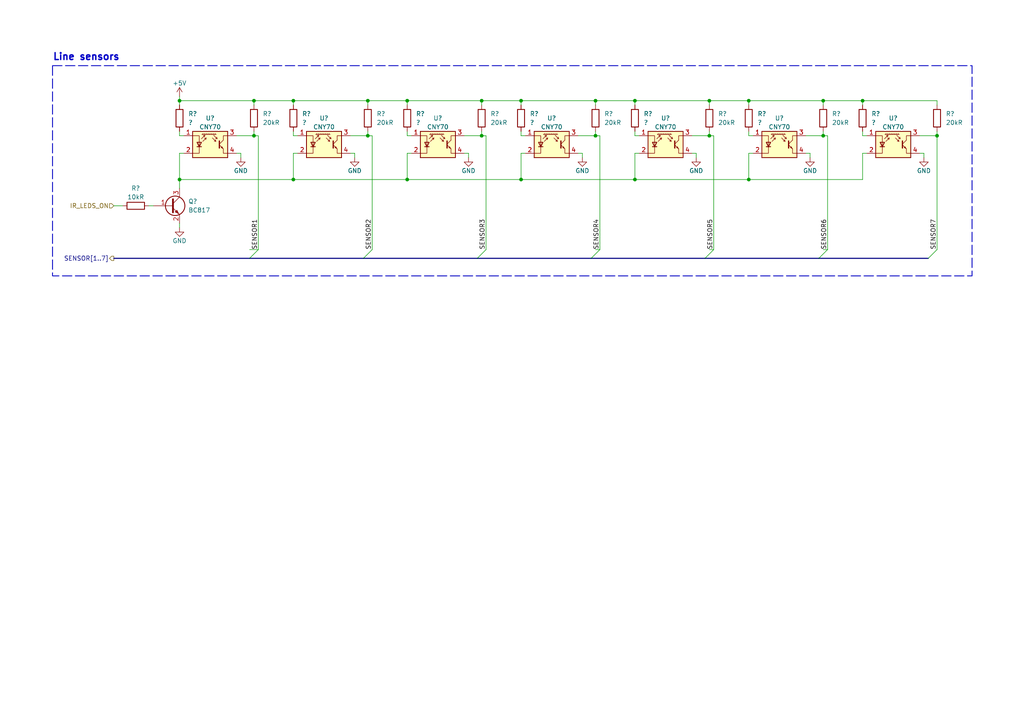
<source format=kicad_sch>
(kicad_sch (version 20230121) (generator eeschema)

  (uuid 7a59dcc8-2d97-4be6-baaa-61b01ee53be7)

  (paper "A4")

  (lib_symbols
    (symbol "Device:R" (pin_numbers hide) (pin_names (offset 0)) (in_bom yes) (on_board yes)
      (property "Reference" "R" (at 2.032 0 90)
        (effects (font (size 1.27 1.27)))
      )
      (property "Value" "R" (at 0 0 90)
        (effects (font (size 1.27 1.27)))
      )
      (property "Footprint" "" (at -1.778 0 90)
        (effects (font (size 1.27 1.27)) hide)
      )
      (property "Datasheet" "~" (at 0 0 0)
        (effects (font (size 1.27 1.27)) hide)
      )
      (property "ki_keywords" "R res resistor" (at 0 0 0)
        (effects (font (size 1.27 1.27)) hide)
      )
      (property "ki_description" "Resistor" (at 0 0 0)
        (effects (font (size 1.27 1.27)) hide)
      )
      (property "ki_fp_filters" "R_*" (at 0 0 0)
        (effects (font (size 1.27 1.27)) hide)
      )
      (symbol "R_0_1"
        (rectangle (start -1.016 -2.54) (end 1.016 2.54)
          (stroke (width 0.254) (type default))
          (fill (type none))
        )
      )
      (symbol "R_1_1"
        (pin passive line (at 0 3.81 270) (length 1.27)
          (name "~" (effects (font (size 1.27 1.27))))
          (number "1" (effects (font (size 1.27 1.27))))
        )
        (pin passive line (at 0 -3.81 90) (length 1.27)
          (name "~" (effects (font (size 1.27 1.27))))
          (number "2" (effects (font (size 1.27 1.27))))
        )
      )
    )
    (symbol "Sensor_Proximity:CNY70" (pin_names (offset 1.016) hide) (in_bom yes) (on_board yes)
      (property "Reference" "U" (at -5.08 5.08 0)
        (effects (font (size 1.27 1.27)))
      )
      (property "Value" "CNY70" (at 5.08 5.08 0)
        (effects (font (size 1.27 1.27)) (justify right))
      )
      (property "Footprint" "OptoDevice:Vishay_CNY70" (at 0 -5.08 0)
        (effects (font (size 1.27 1.27)) hide)
      )
      (property "Datasheet" "https://www.vishay.com/docs/83751/cny70.pdf" (at 0 2.54 0)
        (effects (font (size 1.27 1.27)) hide)
      )
      (property "ki_keywords" "Reflective Optical Sensor Opto" (at 0 0 0)
        (effects (font (size 1.27 1.27)) hide)
      )
      (property "ki_description" "Reflective Optical Sensor with Transistor Output" (at 0 0 0)
        (effects (font (size 1.27 1.27)) hide)
      )
      (property "ki_fp_filters" "Vishay*CNY70*" (at 0 0 0)
        (effects (font (size 1.27 1.27)) hide)
      )
      (symbol "CNY70_0_1"
        (polyline
          (pts
            (xy -3.81 -0.635)
            (xy -2.54 -0.635)
          )
          (stroke (width 0.254) (type default))
          (fill (type none))
        )
        (polyline
          (pts
            (xy -2.286 2.921)
            (xy -2.032 3.175)
          )
          (stroke (width 0) (type default))
          (fill (type none))
        )
        (polyline
          (pts
            (xy -1.778 2.921)
            (xy -1.524 3.175)
          )
          (stroke (width 0) (type default))
          (fill (type none))
        )
        (polyline
          (pts
            (xy -1.524 2.667)
            (xy -1.651 2.159)
          )
          (stroke (width 0) (type default))
          (fill (type none))
        )
        (polyline
          (pts
            (xy -1.27 2.921)
            (xy -1.016 3.175)
          )
          (stroke (width 0) (type default))
          (fill (type none))
        )
        (polyline
          (pts
            (xy -1.143 1.905)
            (xy -1.27 1.397)
          )
          (stroke (width 0) (type default))
          (fill (type none))
        )
        (polyline
          (pts
            (xy -0.762 2.921)
            (xy -0.508 3.175)
          )
          (stroke (width 0) (type default))
          (fill (type none))
        )
        (polyline
          (pts
            (xy -0.254 2.921)
            (xy 0 3.175)
          )
          (stroke (width 0) (type default))
          (fill (type none))
        )
        (polyline
          (pts
            (xy 0.254 2.921)
            (xy 0.508 3.175)
          )
          (stroke (width 0) (type default))
          (fill (type none))
        )
        (polyline
          (pts
            (xy 0.762 2.921)
            (xy 1.016 3.175)
          )
          (stroke (width 0) (type default))
          (fill (type none))
        )
        (polyline
          (pts
            (xy 1.27 2.921)
            (xy 1.524 3.175)
          )
          (stroke (width 0) (type default))
          (fill (type none))
        )
        (polyline
          (pts
            (xy 1.651 0.889)
            (xy 1.143 1.016)
          )
          (stroke (width 0) (type default))
          (fill (type none))
        )
        (polyline
          (pts
            (xy 1.778 2.921)
            (xy -2.413 2.921)
          )
          (stroke (width 0) (type default))
          (fill (type none))
        )
        (polyline
          (pts
            (xy 2.032 1.651)
            (xy 1.524 1.778)
          )
          (stroke (width 0) (type default))
          (fill (type none))
        )
        (polyline
          (pts
            (xy 2.667 -0.127)
            (xy 3.81 -1.27)
          )
          (stroke (width 0) (type default))
          (fill (type none))
        )
        (polyline
          (pts
            (xy 2.667 0.127)
            (xy 3.81 1.27)
          )
          (stroke (width 0) (type default))
          (fill (type none))
        )
        (polyline
          (pts
            (xy -2.54 1.651)
            (xy -1.524 2.667)
            (xy -2.032 2.54)
          )
          (stroke (width 0) (type default))
          (fill (type none))
        )
        (polyline
          (pts
            (xy -2.159 0.889)
            (xy -1.143 1.905)
            (xy -1.651 1.778)
          )
          (stroke (width 0) (type default))
          (fill (type none))
        )
        (polyline
          (pts
            (xy 0.635 1.905)
            (xy 1.651 0.889)
            (xy 1.524 1.397)
          )
          (stroke (width 0) (type default))
          (fill (type none))
        )
        (polyline
          (pts
            (xy 1.016 2.667)
            (xy 2.032 1.651)
            (xy 1.905 2.159)
          )
          (stroke (width 0) (type default))
          (fill (type none))
        )
        (polyline
          (pts
            (xy 2.667 1.016)
            (xy 2.667 -1.016)
            (xy 2.667 -1.016)
          )
          (stroke (width 0.3556) (type default))
          (fill (type none))
        )
        (polyline
          (pts
            (xy 3.81 -1.27)
            (xy 3.81 -2.54)
            (xy 5.08 -2.54)
          )
          (stroke (width 0) (type default))
          (fill (type none))
        )
        (polyline
          (pts
            (xy 3.81 1.27)
            (xy 3.81 2.54)
            (xy 5.08 2.54)
          )
          (stroke (width 0) (type default))
          (fill (type none))
        )
        (polyline
          (pts
            (xy -5.08 -2.54)
            (xy -3.175 -2.54)
            (xy -3.175 2.54)
            (xy -5.08 2.54)
          )
          (stroke (width 0) (type default))
          (fill (type none))
        )
        (polyline
          (pts
            (xy -3.175 -0.635)
            (xy -3.81 0.635)
            (xy -2.54 0.635)
            (xy -3.175 -0.635)
          )
          (stroke (width 0.254) (type default))
          (fill (type none))
        )
        (polyline
          (pts
            (xy 3.683 -1.143)
            (xy 3.429 -0.635)
            (xy 3.175 -0.889)
            (xy 3.683 -1.143)
          )
          (stroke (width 0) (type default))
          (fill (type none))
        )
        (polyline
          (pts
            (xy -5.08 -3.81)
            (xy 5.08 -3.81)
            (xy 5.08 3.81)
            (xy -5.08 3.81)
            (xy -5.08 -3.81)
          )
          (stroke (width 0.254) (type default))
          (fill (type background))
        )
      )
      (symbol "CNY70_1_1"
        (pin passive line (at -7.62 2.54 0) (length 2.54)
          (name "A" (effects (font (size 1.27 1.27))))
          (number "1" (effects (font (size 1.27 1.27))))
        )
        (pin passive line (at -7.62 -2.54 0) (length 2.54)
          (name "K" (effects (font (size 1.27 1.27))))
          (number "2" (effects (font (size 1.27 1.27))))
        )
        (pin open_collector line (at 7.62 2.54 180) (length 2.54)
          (name "C" (effects (font (size 1.27 1.27))))
          (number "3" (effects (font (size 1.27 1.27))))
        )
        (pin open_emitter line (at 7.62 -2.54 180) (length 2.54)
          (name "E" (effects (font (size 1.27 1.27))))
          (number "4" (effects (font (size 1.27 1.27))))
        )
      )
    )
    (symbol "Transistor_BJT:BC817" (pin_names (offset 0) hide) (in_bom yes) (on_board yes)
      (property "Reference" "Q" (at 5.08 1.905 0)
        (effects (font (size 1.27 1.27)) (justify left))
      )
      (property "Value" "BC817" (at 5.08 0 0)
        (effects (font (size 1.27 1.27)) (justify left))
      )
      (property "Footprint" "Package_TO_SOT_SMD:SOT-23" (at 5.08 -1.905 0)
        (effects (font (size 1.27 1.27) italic) (justify left) hide)
      )
      (property "Datasheet" "https://www.onsemi.com/pub/Collateral/BC818-D.pdf" (at 0 0 0)
        (effects (font (size 1.27 1.27)) (justify left) hide)
      )
      (property "ki_keywords" "NPN Transistor" (at 0 0 0)
        (effects (font (size 1.27 1.27)) hide)
      )
      (property "ki_description" "0.8A Ic, 45V Vce, NPN Transistor, SOT-23" (at 0 0 0)
        (effects (font (size 1.27 1.27)) hide)
      )
      (property "ki_fp_filters" "SOT?23*" (at 0 0 0)
        (effects (font (size 1.27 1.27)) hide)
      )
      (symbol "BC817_0_1"
        (polyline
          (pts
            (xy 0.635 0.635)
            (xy 2.54 2.54)
          )
          (stroke (width 0) (type default))
          (fill (type none))
        )
        (polyline
          (pts
            (xy 0.635 -0.635)
            (xy 2.54 -2.54)
            (xy 2.54 -2.54)
          )
          (stroke (width 0) (type default))
          (fill (type none))
        )
        (polyline
          (pts
            (xy 0.635 1.905)
            (xy 0.635 -1.905)
            (xy 0.635 -1.905)
          )
          (stroke (width 0.508) (type default))
          (fill (type none))
        )
        (polyline
          (pts
            (xy 1.27 -1.778)
            (xy 1.778 -1.27)
            (xy 2.286 -2.286)
            (xy 1.27 -1.778)
            (xy 1.27 -1.778)
          )
          (stroke (width 0) (type default))
          (fill (type outline))
        )
        (circle (center 1.27 0) (radius 2.8194)
          (stroke (width 0.254) (type default))
          (fill (type none))
        )
      )
      (symbol "BC817_1_1"
        (pin input line (at -5.08 0 0) (length 5.715)
          (name "B" (effects (font (size 1.27 1.27))))
          (number "1" (effects (font (size 1.27 1.27))))
        )
        (pin passive line (at 2.54 -5.08 90) (length 2.54)
          (name "E" (effects (font (size 1.27 1.27))))
          (number "2" (effects (font (size 1.27 1.27))))
        )
        (pin passive line (at 2.54 5.08 270) (length 2.54)
          (name "C" (effects (font (size 1.27 1.27))))
          (number "3" (effects (font (size 1.27 1.27))))
        )
      )
    )
    (symbol "power:+5V" (power) (pin_names (offset 0)) (in_bom yes) (on_board yes)
      (property "Reference" "#PWR" (at 0 -3.81 0)
        (effects (font (size 1.27 1.27)) hide)
      )
      (property "Value" "+5V" (at 0 3.556 0)
        (effects (font (size 1.27 1.27)))
      )
      (property "Footprint" "" (at 0 0 0)
        (effects (font (size 1.27 1.27)) hide)
      )
      (property "Datasheet" "" (at 0 0 0)
        (effects (font (size 1.27 1.27)) hide)
      )
      (property "ki_keywords" "global power" (at 0 0 0)
        (effects (font (size 1.27 1.27)) hide)
      )
      (property "ki_description" "Power symbol creates a global label with name \"+5V\"" (at 0 0 0)
        (effects (font (size 1.27 1.27)) hide)
      )
      (symbol "+5V_0_1"
        (polyline
          (pts
            (xy -0.762 1.27)
            (xy 0 2.54)
          )
          (stroke (width 0) (type default))
          (fill (type none))
        )
        (polyline
          (pts
            (xy 0 0)
            (xy 0 2.54)
          )
          (stroke (width 0) (type default))
          (fill (type none))
        )
        (polyline
          (pts
            (xy 0 2.54)
            (xy 0.762 1.27)
          )
          (stroke (width 0) (type default))
          (fill (type none))
        )
      )
      (symbol "+5V_1_1"
        (pin power_in line (at 0 0 90) (length 0) hide
          (name "+5V" (effects (font (size 1.27 1.27))))
          (number "1" (effects (font (size 1.27 1.27))))
        )
      )
    )
    (symbol "power:GND" (power) (pin_names (offset 0)) (in_bom yes) (on_board yes)
      (property "Reference" "#PWR" (at 0 -6.35 0)
        (effects (font (size 1.27 1.27)) hide)
      )
      (property "Value" "GND" (at 0 -3.81 0)
        (effects (font (size 1.27 1.27)))
      )
      (property "Footprint" "" (at 0 0 0)
        (effects (font (size 1.27 1.27)) hide)
      )
      (property "Datasheet" "" (at 0 0 0)
        (effects (font (size 1.27 1.27)) hide)
      )
      (property "ki_keywords" "global power" (at 0 0 0)
        (effects (font (size 1.27 1.27)) hide)
      )
      (property "ki_description" "Power symbol creates a global label with name \"GND\" , ground" (at 0 0 0)
        (effects (font (size 1.27 1.27)) hide)
      )
      (symbol "GND_0_1"
        (polyline
          (pts
            (xy 0 0)
            (xy 0 -1.27)
            (xy 1.27 -1.27)
            (xy 0 -2.54)
            (xy -1.27 -1.27)
            (xy 0 -1.27)
          )
          (stroke (width 0) (type default))
          (fill (type none))
        )
      )
      (symbol "GND_1_1"
        (pin power_in line (at 0 0 270) (length 0) hide
          (name "GND" (effects (font (size 1.27 1.27))))
          (number "1" (effects (font (size 1.27 1.27))))
        )
      )
    )
  )

  (junction (at 106.68 29.21) (diameter 0) (color 0 0 0 0)
    (uuid 07940eaf-416e-4137-8395-48363ca29ffd)
  )
  (junction (at 238.76 29.21) (diameter 0) (color 0 0 0 0)
    (uuid 0fa2c53a-b3e1-4b10-a59f-86d7156ac5e3)
  )
  (junction (at 151.13 29.21) (diameter 0) (color 0 0 0 0)
    (uuid 14477e68-a2f6-411b-8c79-9eac01eda374)
  )
  (junction (at 217.17 52.07) (diameter 0) (color 0 0 0 0)
    (uuid 149bad4d-f332-43e6-8112-76d6ea657bcb)
  )
  (junction (at 85.09 52.07) (diameter 0) (color 0 0 0 0)
    (uuid 1a47e295-b184-4c21-9955-29c8b1f6a53b)
  )
  (junction (at 271.78 39.37) (diameter 0) (color 0 0 0 0)
    (uuid 2f2a3ba6-52e8-46c0-ba33-6dba8764b0a4)
  )
  (junction (at 205.74 39.37) (diameter 0) (color 0 0 0 0)
    (uuid 36283608-a955-44f0-845b-9e8b51cc29cb)
  )
  (junction (at 139.7 39.37) (diameter 0) (color 0 0 0 0)
    (uuid 3bf1d562-c9f4-4184-9f1e-70c816a87def)
  )
  (junction (at 73.66 29.21) (diameter 0) (color 0 0 0 0)
    (uuid 3ca30893-b245-4df0-a0d4-c1c418ab6e50)
  )
  (junction (at 217.17 29.21) (diameter 0) (color 0 0 0 0)
    (uuid 492c7b6c-b167-4180-9301-00f0202303f8)
  )
  (junction (at 106.68 39.37) (diameter 0) (color 0 0 0 0)
    (uuid 5fb33918-872a-49ed-ac3f-aad4541e62d8)
  )
  (junction (at 172.72 39.37) (diameter 0) (color 0 0 0 0)
    (uuid 6a9e9af4-a4a0-41a8-af3f-ba9b6f2b9264)
  )
  (junction (at 118.11 29.21) (diameter 0) (color 0 0 0 0)
    (uuid 6c1df41d-b3a5-46e8-b2bd-314d16c794e0)
  )
  (junction (at 52.07 52.07) (diameter 0) (color 0 0 0 0)
    (uuid 71969a1f-64cb-4d1d-9ded-b68c1dc7b884)
  )
  (junction (at 52.07 29.21) (diameter 0) (color 0 0 0 0)
    (uuid 797895db-e0ca-4262-a28a-771b9aab33c8)
  )
  (junction (at 73.66 39.37) (diameter 0) (color 0 0 0 0)
    (uuid a2df7157-05f2-4d7e-948c-2cd763ea17a9)
  )
  (junction (at 85.09 29.21) (diameter 0) (color 0 0 0 0)
    (uuid bb1d3a12-d1bd-402c-937f-30c0b3e610fd)
  )
  (junction (at 184.15 52.07) (diameter 0) (color 0 0 0 0)
    (uuid bf75879b-0420-4a06-9610-6f06a6ed815d)
  )
  (junction (at 118.11 52.07) (diameter 0) (color 0 0 0 0)
    (uuid c7fb9066-6121-4ee5-9bb4-fbe91a571d51)
  )
  (junction (at 205.74 29.21) (diameter 0) (color 0 0 0 0)
    (uuid c7ff7d42-b697-41ef-870c-7005c851eae2)
  )
  (junction (at 250.19 29.21) (diameter 0) (color 0 0 0 0)
    (uuid d527f215-8251-4569-9228-39262e23746e)
  )
  (junction (at 184.15 29.21) (diameter 0) (color 0 0 0 0)
    (uuid d75f811b-a92a-4f4b-b104-d1dac483a03e)
  )
  (junction (at 172.72 29.21) (diameter 0) (color 0 0 0 0)
    (uuid e1febdff-c70f-451e-94c9-01f047547197)
  )
  (junction (at 238.76 39.37) (diameter 0) (color 0 0 0 0)
    (uuid f4aa4ab6-f19f-4d44-a172-85f762e31f91)
  )
  (junction (at 139.7 29.21) (diameter 0) (color 0 0 0 0)
    (uuid fabf7346-ee5a-4b5e-92fc-a523bfc68537)
  )
  (junction (at 151.13 52.07) (diameter 0) (color 0 0 0 0)
    (uuid fe44652e-3314-4cff-a464-c64a09b24776)
  )

  (bus_entry (at 138.43 74.93) (size 2.54 -2.54)
    (stroke (width 0) (type default))
    (uuid 1c2ab072-0e8b-427a-aa29-67f4c174c5e6)
  )
  (bus_entry (at 269.24 74.93) (size 2.54 -2.54)
    (stroke (width 0) (type default))
    (uuid 64624b1f-0d31-4b68-b6be-ed594483b19f)
  )
  (bus_entry (at 204.47 74.93) (size 2.54 -2.54)
    (stroke (width 0) (type default))
    (uuid 9a7f08f6-fe3a-4ed5-9a42-bcded5999864)
  )
  (bus_entry (at 105.41 74.93) (size 2.54 -2.54)
    (stroke (width 0) (type default))
    (uuid c46fd2ae-6c03-40b9-9a7c-dbd8d748db9a)
  )
  (bus_entry (at 237.49 74.93) (size 2.54 -2.54)
    (stroke (width 0) (type default))
    (uuid e3660a1b-f9b1-4e29-a441-7210d071d4ef)
  )
  (bus_entry (at 171.45 74.93) (size 2.54 -2.54)
    (stroke (width 0) (type default))
    (uuid ef0aaf9d-338a-4307-af02-0421f2977a11)
  )
  (bus_entry (at 72.39 74.93) (size 2.54 -2.54)
    (stroke (width 0) (type default))
    (uuid f3109ea6-c8f9-42fd-8cfa-db986f6391b2)
  )

  (wire (pts (xy 267.97 45.72) (xy 267.97 44.45))
    (stroke (width 0) (type default))
    (uuid 006620b7-f3da-4505-a993-dd594bc0ba60)
  )
  (wire (pts (xy 140.97 39.37) (xy 140.97 72.39))
    (stroke (width 0) (type default))
    (uuid 028ed994-2a47-4448-a2a4-8849ba614947)
  )
  (wire (pts (xy 73.66 29.21) (xy 85.09 29.21))
    (stroke (width 0) (type default))
    (uuid 043e2410-22b0-4bee-88d6-82970ee4d731)
  )
  (wire (pts (xy 85.09 29.21) (xy 106.68 29.21))
    (stroke (width 0) (type default))
    (uuid 091020f8-e1b8-4ab1-94af-7fb8fcfa4dc6)
  )
  (wire (pts (xy 118.11 44.45) (xy 119.38 44.45))
    (stroke (width 0) (type default))
    (uuid 0aacd677-ee6c-4018-af8b-8e547422757e)
  )
  (wire (pts (xy 266.7 39.37) (xy 271.78 39.37))
    (stroke (width 0) (type default))
    (uuid 0bf7e3f3-c2bf-4b6c-ad72-edfbd1c5a3d5)
  )
  (bus (pts (xy 105.41 74.93) (xy 138.43 74.93))
    (stroke (width 0) (type default))
    (uuid 0f77fa2f-774b-449f-aa6d-2b609b5a6729)
  )

  (wire (pts (xy 74.93 72.39) (xy 72.39 72.39))
    (stroke (width 0) (type default))
    (uuid 1196aece-c650-4e67-8088-15bdd20121b4)
  )
  (wire (pts (xy 240.03 72.39) (xy 238.76 72.39))
    (stroke (width 0) (type default))
    (uuid 1330e522-6af9-497a-94bc-9f6725f57f47)
  )
  (wire (pts (xy 233.68 39.37) (xy 238.76 39.37))
    (stroke (width 0) (type default))
    (uuid 138bffaf-5fe2-4ac1-b133-aab1e2abf463)
  )
  (wire (pts (xy 102.87 44.45) (xy 101.6 44.45))
    (stroke (width 0) (type default))
    (uuid 13aec1ad-646f-450f-8ec7-aa9fa460688d)
  )
  (wire (pts (xy 139.7 29.21) (xy 151.13 29.21))
    (stroke (width 0) (type default))
    (uuid 13f22656-3a7d-416f-907e-36943541ddda)
  )
  (wire (pts (xy 106.68 30.48) (xy 106.68 29.21))
    (stroke (width 0) (type default))
    (uuid 146100b5-84ab-4e51-85cd-bf6a54104bda)
  )
  (wire (pts (xy 118.11 29.21) (xy 118.11 30.48))
    (stroke (width 0) (type default))
    (uuid 163c6fbb-8a5e-414e-b1e8-86f7d864ef84)
  )
  (wire (pts (xy 172.72 39.37) (xy 172.72 38.1))
    (stroke (width 0) (type default))
    (uuid 17d162bd-5f09-4e5c-97c3-cfa8617f7c48)
  )
  (wire (pts (xy 201.93 45.72) (xy 201.93 44.45))
    (stroke (width 0) (type default))
    (uuid 199b3a71-bb91-438c-8898-374bcfd2d03d)
  )
  (wire (pts (xy 52.07 29.21) (xy 52.07 30.48))
    (stroke (width 0) (type default))
    (uuid 19ac8c15-30a2-43ff-8239-541191358379)
  )
  (wire (pts (xy 233.68 44.45) (xy 234.95 44.45))
    (stroke (width 0) (type default))
    (uuid 1ddf3bbc-cb9f-4660-9af0-42d8c1feba74)
  )
  (wire (pts (xy 52.07 52.07) (xy 85.09 52.07))
    (stroke (width 0) (type default))
    (uuid 228d09c7-0af8-40dc-b38c-3caa3c42f1ed)
  )
  (wire (pts (xy 101.6 39.37) (xy 106.68 39.37))
    (stroke (width 0) (type default))
    (uuid 30223254-c972-4491-8092-a328357ffc9e)
  )
  (bus (pts (xy 72.39 74.93) (xy 105.41 74.93))
    (stroke (width 0) (type default))
    (uuid 31e65cd0-a967-402d-a37d-ddf7b980a44a)
  )

  (wire (pts (xy 238.76 30.48) (xy 238.76 29.21))
    (stroke (width 0) (type default))
    (uuid 34d253b3-9193-45d5-9d49-b8eab6e57cd0)
  )
  (wire (pts (xy 271.78 39.37) (xy 271.78 38.1))
    (stroke (width 0) (type default))
    (uuid 35d21c87-3190-448a-8444-53a09ad6e4e9)
  )
  (wire (pts (xy 52.07 29.21) (xy 73.66 29.21))
    (stroke (width 0) (type default))
    (uuid 38010972-14a3-416b-afe0-febff21c882a)
  )
  (wire (pts (xy 173.99 39.37) (xy 172.72 39.37))
    (stroke (width 0) (type default))
    (uuid 3879320c-37a4-4d4e-b983-831af5a92c64)
  )
  (wire (pts (xy 201.93 44.45) (xy 200.66 44.45))
    (stroke (width 0) (type default))
    (uuid 39fd99bc-298f-4150-b403-a56ec82a7a80)
  )
  (wire (pts (xy 240.03 39.37) (xy 238.76 39.37))
    (stroke (width 0) (type default))
    (uuid 3b67b9c9-2311-4f21-875a-530794dfe1a4)
  )
  (wire (pts (xy 205.74 39.37) (xy 205.74 38.1))
    (stroke (width 0) (type default))
    (uuid 3dca37bb-6371-4a28-a5cd-213d170f086c)
  )
  (wire (pts (xy 52.07 38.1) (xy 52.07 39.37))
    (stroke (width 0) (type default))
    (uuid 3e5f0d6d-1115-42b7-b751-e0978a085048)
  )
  (wire (pts (xy 267.97 44.45) (xy 266.7 44.45))
    (stroke (width 0) (type default))
    (uuid 3f4f3d55-9c92-4fca-9797-ec1ed7323a16)
  )
  (wire (pts (xy 107.95 39.37) (xy 107.95 72.39))
    (stroke (width 0) (type default))
    (uuid 4035fece-40e1-4bec-b480-b2be0a53ee4b)
  )
  (wire (pts (xy 106.68 29.21) (xy 118.11 29.21))
    (stroke (width 0) (type default))
    (uuid 41e3d041-d05f-42b9-b75d-beb73a332c08)
  )
  (wire (pts (xy 118.11 52.07) (xy 151.13 52.07))
    (stroke (width 0) (type default))
    (uuid 436d347b-168e-4a5f-bfe1-805310e3c518)
  )
  (wire (pts (xy 250.19 29.21) (xy 250.19 30.48))
    (stroke (width 0) (type default))
    (uuid 451e1dd6-ac89-417a-b799-1dc7a5c29bce)
  )
  (wire (pts (xy 217.17 38.1) (xy 217.17 39.37))
    (stroke (width 0) (type default))
    (uuid 461aa108-7e1f-46a6-a803-a21175cdba2a)
  )
  (bus (pts (xy 138.43 74.93) (xy 171.45 74.93))
    (stroke (width 0) (type default))
    (uuid 474931d2-5650-4fe6-8724-7789a2f5791b)
  )

  (wire (pts (xy 234.95 44.45) (xy 234.95 45.72))
    (stroke (width 0) (type default))
    (uuid 475cca80-282b-4d3f-8b90-34ded00fb869)
  )
  (wire (pts (xy 207.01 39.37) (xy 205.74 39.37))
    (stroke (width 0) (type default))
    (uuid 492986aa-3ac0-4337-8dd4-0bc3d3e3da3f)
  )
  (bus (pts (xy 171.45 74.93) (xy 204.47 74.93))
    (stroke (width 0) (type default))
    (uuid 49e5aba2-fe08-4d74-841b-b15650a5a854)
  )

  (wire (pts (xy 238.76 29.21) (xy 250.19 29.21))
    (stroke (width 0) (type default))
    (uuid 4a79ff2c-7f34-4f68-88e8-8d193e0c07cc)
  )
  (wire (pts (xy 52.07 54.61) (xy 52.07 52.07))
    (stroke (width 0) (type default))
    (uuid 4c02953f-82da-4cdf-8ec1-773ed8958648)
  )
  (wire (pts (xy 184.15 52.07) (xy 184.15 44.45))
    (stroke (width 0) (type default))
    (uuid 4d63247d-e3d9-41b7-bf3c-e96d2998ea33)
  )
  (wire (pts (xy 184.15 38.1) (xy 184.15 39.37))
    (stroke (width 0) (type default))
    (uuid 4d9b0b8d-48ff-4c89-b9dc-562062879c39)
  )
  (wire (pts (xy 74.93 39.37) (xy 74.93 72.39))
    (stroke (width 0) (type default))
    (uuid 4dd8c84e-2245-4036-96b6-647e9cc89806)
  )
  (wire (pts (xy 168.91 44.45) (xy 168.91 45.72))
    (stroke (width 0) (type default))
    (uuid 53bda2aa-bdea-4eec-82c1-bc722ed78b82)
  )
  (wire (pts (xy 173.99 72.39) (xy 172.72 72.39))
    (stroke (width 0) (type default))
    (uuid 55ecbb22-6ec1-467a-a642-cf4b1d8ae486)
  )
  (wire (pts (xy 217.17 29.21) (xy 238.76 29.21))
    (stroke (width 0) (type default))
    (uuid 58dc4f5e-98b6-4c49-97c4-25444de46939)
  )
  (wire (pts (xy 240.03 39.37) (xy 240.03 72.39))
    (stroke (width 0) (type default))
    (uuid 5967b802-4528-4ab3-9401-d389c2558ec5)
  )
  (wire (pts (xy 139.7 30.48) (xy 139.7 29.21))
    (stroke (width 0) (type default))
    (uuid 5b55568e-e7f9-4283-9e21-585d5ed2acdf)
  )
  (wire (pts (xy 85.09 38.1) (xy 85.09 39.37))
    (stroke (width 0) (type default))
    (uuid 5b8fb077-0f61-4c2a-8a8c-4fb2eea13453)
  )
  (wire (pts (xy 151.13 29.21) (xy 172.72 29.21))
    (stroke (width 0) (type default))
    (uuid 5d5fef6b-7883-4fca-b477-1357e2e08c5e)
  )
  (wire (pts (xy 207.01 39.37) (xy 207.01 72.39))
    (stroke (width 0) (type default))
    (uuid 65cb7eff-1d4c-4a9b-87ee-25d26121cb71)
  )
  (bus (pts (xy 237.49 74.93) (xy 269.24 74.93))
    (stroke (width 0) (type default))
    (uuid 670e30ba-9899-45c2-9e7b-2255cbd2e8be)
  )

  (wire (pts (xy 134.62 44.45) (xy 135.89 44.45))
    (stroke (width 0) (type default))
    (uuid 695d39fc-dc2a-4f93-99e9-ef1cbfdf94b0)
  )
  (wire (pts (xy 85.09 52.07) (xy 85.09 44.45))
    (stroke (width 0) (type default))
    (uuid 6ae45239-de70-44a0-9a06-9e4aa801f1f9)
  )
  (wire (pts (xy 107.95 39.37) (xy 106.68 39.37))
    (stroke (width 0) (type default))
    (uuid 735b60e8-5bd1-4626-b60e-a048d1335714)
  )
  (wire (pts (xy 140.97 39.37) (xy 139.7 39.37))
    (stroke (width 0) (type default))
    (uuid 73f988e8-56a2-4055-986a-33ec9b6bc179)
  )
  (bus (pts (xy 204.47 74.93) (xy 237.49 74.93))
    (stroke (width 0) (type default))
    (uuid 7f3fef37-c5a2-42a6-9d91-35880cb40f8f)
  )

  (wire (pts (xy 205.74 30.48) (xy 205.74 29.21))
    (stroke (width 0) (type default))
    (uuid 811ffe69-0c69-43fc-9aee-bdd635f1f3e6)
  )
  (wire (pts (xy 271.78 29.21) (xy 250.19 29.21))
    (stroke (width 0) (type default))
    (uuid 854c7813-0876-4d9a-9e37-68a5a363beff)
  )
  (wire (pts (xy 217.17 44.45) (xy 218.44 44.45))
    (stroke (width 0) (type default))
    (uuid 86616f90-7005-4922-a39b-684f472b4cdd)
  )
  (wire (pts (xy 151.13 39.37) (xy 152.4 39.37))
    (stroke (width 0) (type default))
    (uuid 87f026e1-af66-45eb-8bc8-f3a276e3b59f)
  )
  (wire (pts (xy 207.01 72.39) (xy 205.74 72.39))
    (stroke (width 0) (type default))
    (uuid 88b4f146-2401-4300-b8d2-f01fefceb3a5)
  )
  (wire (pts (xy 139.7 39.37) (xy 139.7 38.1))
    (stroke (width 0) (type default))
    (uuid 8b75dd96-6b04-4894-b12c-91e105643731)
  )
  (wire (pts (xy 135.89 44.45) (xy 135.89 45.72))
    (stroke (width 0) (type default))
    (uuid 8ce1f3b3-557f-4b18-91b6-dc8c971f5690)
  )
  (wire (pts (xy 184.15 52.07) (xy 217.17 52.07))
    (stroke (width 0) (type default))
    (uuid 8ee20c06-bf05-49ff-9a0c-b04e23d36f02)
  )
  (wire (pts (xy 271.78 39.37) (xy 271.78 72.39))
    (stroke (width 0) (type default))
    (uuid 92997845-937e-4bdc-bea5-c959f95cd8a6)
  )
  (wire (pts (xy 74.93 39.37) (xy 73.66 39.37))
    (stroke (width 0) (type default))
    (uuid 9553b4ba-7fc3-4c33-984a-7b754272729a)
  )
  (wire (pts (xy 118.11 29.21) (xy 139.7 29.21))
    (stroke (width 0) (type default))
    (uuid 95f4d6a2-e33e-4091-9eab-e6442e61e441)
  )
  (wire (pts (xy 151.13 29.21) (xy 151.13 30.48))
    (stroke (width 0) (type default))
    (uuid 96efc55e-a601-42a3-a4ea-06658fce8bd1)
  )
  (wire (pts (xy 217.17 29.21) (xy 217.17 30.48))
    (stroke (width 0) (type default))
    (uuid 9a82cc37-ee57-4498-aaac-82e8961730a9)
  )
  (bus (pts (xy 33.02 74.93) (xy 72.39 74.93))
    (stroke (width 0) (type default))
    (uuid 9c905669-715c-436a-a261-80f27f19b098)
  )

  (wire (pts (xy 69.85 44.45) (xy 68.58 44.45))
    (stroke (width 0) (type default))
    (uuid a0b844de-6e68-4b24-b7e6-0349d7bd6e90)
  )
  (wire (pts (xy 85.09 44.45) (xy 86.36 44.45))
    (stroke (width 0) (type default))
    (uuid a3ad7150-85d1-479e-8a5a-892dbebd69de)
  )
  (wire (pts (xy 106.68 39.37) (xy 106.68 38.1))
    (stroke (width 0) (type default))
    (uuid ae360493-096a-4552-ad98-816fca9d483e)
  )
  (wire (pts (xy 184.15 29.21) (xy 184.15 30.48))
    (stroke (width 0) (type default))
    (uuid ae946b06-7fbf-41bc-ad76-c23d3cff6406)
  )
  (wire (pts (xy 172.72 29.21) (xy 184.15 29.21))
    (stroke (width 0) (type default))
    (uuid afb7db4c-4a49-4092-bc4e-c684de3b68a6)
  )
  (wire (pts (xy 73.66 39.37) (xy 73.66 38.1))
    (stroke (width 0) (type default))
    (uuid aff2aac7-6763-4d30-ad6b-083a93869598)
  )
  (wire (pts (xy 271.78 30.48) (xy 271.78 29.21))
    (stroke (width 0) (type default))
    (uuid b092f8a5-e559-42a0-b8e4-61ec0b1de0aa)
  )
  (wire (pts (xy 250.19 44.45) (xy 251.46 44.45))
    (stroke (width 0) (type default))
    (uuid b15ace7e-6d77-4ccf-8dcc-adc08ba22d7d)
  )
  (wire (pts (xy 151.13 38.1) (xy 151.13 39.37))
    (stroke (width 0) (type default))
    (uuid b15d89fe-007b-48da-b7ca-09b9d1b3625a)
  )
  (wire (pts (xy 250.19 38.1) (xy 250.19 39.37))
    (stroke (width 0) (type default))
    (uuid b397e518-e23e-4eda-85de-26ee09ea0ff5)
  )
  (wire (pts (xy 33.02 59.69) (xy 35.56 59.69))
    (stroke (width 0) (type default))
    (uuid b3e2be16-0061-4500-a948-b6ad9c130615)
  )
  (wire (pts (xy 102.87 45.72) (xy 102.87 44.45))
    (stroke (width 0) (type default))
    (uuid b3e7b584-dc73-405c-9e64-9cdcd5f1cbff)
  )
  (wire (pts (xy 52.07 44.45) (xy 53.34 44.45))
    (stroke (width 0) (type default))
    (uuid b4a5b9f2-2c89-4d76-b22d-d2ed4f7a1a04)
  )
  (wire (pts (xy 173.99 39.37) (xy 173.99 72.39))
    (stroke (width 0) (type default))
    (uuid b5818ee9-0d2e-4c71-ab97-48131721fae4)
  )
  (wire (pts (xy 69.85 45.72) (xy 69.85 44.45))
    (stroke (width 0) (type default))
    (uuid b5c3037c-c9cc-42bf-8f16-08b97521ab92)
  )
  (wire (pts (xy 151.13 52.07) (xy 184.15 52.07))
    (stroke (width 0) (type default))
    (uuid b8d73ed2-6eb6-4a94-808c-d40d6a1d5950)
  )
  (wire (pts (xy 52.07 44.45) (xy 52.07 52.07))
    (stroke (width 0) (type default))
    (uuid b90d2abd-8105-45ce-87b6-3fef6a00ea31)
  )
  (wire (pts (xy 73.66 30.48) (xy 73.66 29.21))
    (stroke (width 0) (type default))
    (uuid befca9ad-dc2b-4659-8786-7e6aa8219a4a)
  )
  (wire (pts (xy 85.09 52.07) (xy 118.11 52.07))
    (stroke (width 0) (type default))
    (uuid bf38ae3c-009d-4a71-a9f6-d36c376b3f83)
  )
  (wire (pts (xy 184.15 39.37) (xy 185.42 39.37))
    (stroke (width 0) (type default))
    (uuid bf952a32-c951-406d-877d-4ab402cc54af)
  )
  (wire (pts (xy 238.76 39.37) (xy 238.76 38.1))
    (stroke (width 0) (type default))
    (uuid c262e2ed-1d86-4d98-aa24-125722c22d50)
  )
  (wire (pts (xy 52.07 27.94) (xy 52.07 29.21))
    (stroke (width 0) (type default))
    (uuid c2a31e12-7c5d-4133-95ef-b2fe2589f60d)
  )
  (wire (pts (xy 205.74 29.21) (xy 217.17 29.21))
    (stroke (width 0) (type default))
    (uuid c7def02f-1048-4f30-9bec-67945aed3c6a)
  )
  (wire (pts (xy 151.13 52.07) (xy 151.13 44.45))
    (stroke (width 0) (type default))
    (uuid cc160cb0-cca8-43f0-889f-82f44aefb8d3)
  )
  (wire (pts (xy 52.07 39.37) (xy 53.34 39.37))
    (stroke (width 0) (type default))
    (uuid cd6081f6-64af-4934-b41b-7118ca2eeed8)
  )
  (wire (pts (xy 167.64 39.37) (xy 172.72 39.37))
    (stroke (width 0) (type default))
    (uuid cfc64a49-9db1-4a33-af3c-8a7a6a060274)
  )
  (wire (pts (xy 217.17 52.07) (xy 217.17 44.45))
    (stroke (width 0) (type default))
    (uuid d17fd1d8-4652-4625-814c-a5e36cfa0cb8)
  )
  (wire (pts (xy 134.62 39.37) (xy 139.7 39.37))
    (stroke (width 0) (type default))
    (uuid d1b45834-db7c-494f-80f5-728ed28b26e5)
  )
  (wire (pts (xy 85.09 29.21) (xy 85.09 30.48))
    (stroke (width 0) (type default))
    (uuid d3220a60-1db9-4e24-a224-708258adf654)
  )
  (wire (pts (xy 250.19 39.37) (xy 251.46 39.37))
    (stroke (width 0) (type default))
    (uuid d3a58408-eed7-4c56-b8df-0d18dc598ef1)
  )
  (wire (pts (xy 118.11 39.37) (xy 119.38 39.37))
    (stroke (width 0) (type default))
    (uuid d5de86f0-82e4-47ee-85a8-e55e2ecda956)
  )
  (wire (pts (xy 118.11 52.07) (xy 118.11 44.45))
    (stroke (width 0) (type default))
    (uuid d6859193-e772-4359-a521-f121b0f6e459)
  )
  (wire (pts (xy 250.19 52.07) (xy 250.19 44.45))
    (stroke (width 0) (type default))
    (uuid dc9630bb-6d3a-468c-a838-aeccabaa8445)
  )
  (wire (pts (xy 43.18 59.69) (xy 44.45 59.69))
    (stroke (width 0) (type default))
    (uuid dfbe5260-915e-479b-9f58-10d855c26dbc)
  )
  (wire (pts (xy 167.64 44.45) (xy 168.91 44.45))
    (stroke (width 0) (type default))
    (uuid e7cf107d-c323-430a-8b0d-16bf9ff226f4)
  )
  (wire (pts (xy 217.17 39.37) (xy 218.44 39.37))
    (stroke (width 0) (type default))
    (uuid eac2b55f-7845-44f5-ad1d-73a47303eb80)
  )
  (wire (pts (xy 200.66 39.37) (xy 205.74 39.37))
    (stroke (width 0) (type default))
    (uuid eb6ce8b8-1dcc-4a49-8807-bea5e425fd15)
  )
  (wire (pts (xy 172.72 30.48) (xy 172.72 29.21))
    (stroke (width 0) (type default))
    (uuid ecccaca6-55d7-4659-8d68-a18898330f2e)
  )
  (wire (pts (xy 217.17 52.07) (xy 250.19 52.07))
    (stroke (width 0) (type default))
    (uuid ee345085-3a29-41b1-914d-96ae1ade4622)
  )
  (wire (pts (xy 68.58 39.37) (xy 73.66 39.37))
    (stroke (width 0) (type default))
    (uuid ef202db9-f878-4076-8f52-947a9f4aef72)
  )
  (wire (pts (xy 85.09 39.37) (xy 86.36 39.37))
    (stroke (width 0) (type default))
    (uuid f50da240-0bf1-4506-8eb4-4cb731fc1782)
  )
  (wire (pts (xy 184.15 44.45) (xy 185.42 44.45))
    (stroke (width 0) (type default))
    (uuid f65ec4ee-bf50-47dd-bd41-523e2cdd758c)
  )
  (wire (pts (xy 184.15 29.21) (xy 205.74 29.21))
    (stroke (width 0) (type default))
    (uuid f97741bc-6273-4d7b-b016-f8909270eac5)
  )
  (wire (pts (xy 118.11 38.1) (xy 118.11 39.37))
    (stroke (width 0) (type default))
    (uuid fa588506-eb44-49ac-af24-86ebcd10390c)
  )
  (wire (pts (xy 52.07 64.77) (xy 52.07 66.04))
    (stroke (width 0) (type default))
    (uuid fc332173-d2e3-4fba-98d8-0dcb9c5c851c)
  )
  (wire (pts (xy 151.13 44.45) (xy 152.4 44.45))
    (stroke (width 0) (type default))
    (uuid fca6c23c-1afe-4f80-8f8a-c144d68a0fa3)
  )

  (rectangle (start 15.24 19.05) (end 281.94 80.01)
    (stroke (width 0.25) (type dash))
    (fill (type none))
    (uuid 14b40fca-3b67-4da8-b1f3-04cbaedbbc59)
  )

  (text "Line sensors" (at 15.24 17.78 0)
    (effects (font (size 2 2) (thickness 0.4) bold) (justify left bottom))
    (uuid d8a90c04-406b-4ccc-a424-a6496000df70)
  )

  (label "SENSOR7" (at 271.78 72.39 90) (fields_autoplaced)
    (effects (font (size 1.27 1.27)) (justify left bottom))
    (uuid 202ba6a3-58bc-4c33-89c7-1e4f666b8022)
  )
  (label "SENSOR5" (at 207.01 72.39 90) (fields_autoplaced)
    (effects (font (size 1.27 1.27)) (justify left bottom))
    (uuid 2e0e779a-2727-4866-a1b4-27231f1f7ff6)
  )
  (label "SENSOR4" (at 173.99 72.39 90) (fields_autoplaced)
    (effects (font (size 1.27 1.27)) (justify left bottom))
    (uuid 6e598409-e286-4b26-8963-6faf064eb39e)
  )
  (label "SENSOR3" (at 140.97 72.39 90) (fields_autoplaced)
    (effects (font (size 1.27 1.27)) (justify left bottom))
    (uuid 76c21041-2c4f-440d-ab3e-b766c6565982)
  )
  (label "SENSOR1" (at 74.93 72.39 90) (fields_autoplaced)
    (effects (font (size 1.27 1.27)) (justify left bottom))
    (uuid 9939bc2b-164a-41af-8a58-f61d61206402)
  )
  (label "SENSOR2" (at 107.95 72.39 90) (fields_autoplaced)
    (effects (font (size 1.27 1.27)) (justify left bottom))
    (uuid 9c5f35de-1c98-427e-b055-6a6c1dc0727b)
  )
  (label "SENSOR6" (at 240.03 72.39 90) (fields_autoplaced)
    (effects (font (size 1.27 1.27)) (justify left bottom))
    (uuid c44c5e6a-d619-434e-b464-c5724735ef76)
  )

  (hierarchical_label "IR_LEDS_ON" (shape input) (at 33.02 59.69 180) (fields_autoplaced)
    (effects (font (size 1.27 1.27)) (justify right))
    (uuid 1182f4db-8467-4a61-b7d9-6c0ba3645557)
  )
  (hierarchical_label "SENSOR[1..7]" (shape output) (at 33.02 74.93 180) (fields_autoplaced)
    (effects (font (size 1.27 1.27)) (justify right))
    (uuid 2cd8a8e9-5fad-4681-a59b-af4f5e59c4a8)
  )

  (symbol (lib_id "power:GND") (at 102.87 45.72 0) (unit 1)
    (in_bom yes) (on_board yes) (dnp no)
    (uuid 0450e50a-7034-4c7a-a366-4f63e6abed91)
    (property "Reference" "#PWR053" (at 102.87 52.07 0)
      (effects (font (size 1.27 1.27)) hide)
    )
    (property "Value" "GND" (at 102.87 49.53 0)
      (effects (font (size 1.27 1.27)))
    )
    (property "Footprint" "" (at 102.87 45.72 0)
      (effects (font (size 1.27 1.27)) hide)
    )
    (property "Datasheet" "" (at 102.87 45.72 0)
      (effects (font (size 1.27 1.27)) hide)
    )
    (pin "1" (uuid c422b00f-3efe-42ce-8c01-8064a17fcff9))
    (instances
      (project "Autko"
        (path "/8d5cfdec-de34-4148-9100-7125640c46f5/80d635c6-4a73-4538-989a-c930c6a7f33b"
          (reference "#PWR053") (unit 1)
        )
      )
    )
  )

  (symbol (lib_id "power:GND") (at 69.85 45.72 0) (unit 1)
    (in_bom yes) (on_board yes) (dnp no)
    (uuid 13e1ce8f-fb7b-4c21-83b4-075e0f4949de)
    (property "Reference" "#PWR052" (at 69.85 52.07 0)
      (effects (font (size 1.27 1.27)) hide)
    )
    (property "Value" "GND" (at 69.85 49.53 0)
      (effects (font (size 1.27 1.27)))
    )
    (property "Footprint" "" (at 69.85 45.72 0)
      (effects (font (size 1.27 1.27)) hide)
    )
    (property "Datasheet" "" (at 69.85 45.72 0)
      (effects (font (size 1.27 1.27)) hide)
    )
    (pin "1" (uuid f09007f2-7718-4cf6-8b27-f16c19206874))
    (instances
      (project "Autko"
        (path "/8d5cfdec-de34-4148-9100-7125640c46f5/80d635c6-4a73-4538-989a-c930c6a7f33b"
          (reference "#PWR052") (unit 1)
        )
      )
    )
  )

  (symbol (lib_id "Device:R") (at 39.37 59.69 90) (unit 1)
    (in_bom yes) (on_board yes) (dnp no)
    (uuid 1a4a09a3-7884-48f7-8810-871110e12071)
    (property "Reference" "R?" (at 39.37 54.61 90)
      (effects (font (size 1.27 1.27)))
    )
    (property "Value" "10kR" (at 39.37 57.15 90)
      (effects (font (size 1.27 1.27)))
    )
    (property "Footprint" "" (at 39.37 61.468 90)
      (effects (font (size 1.27 1.27)) hide)
    )
    (property "Datasheet" "~" (at 39.37 59.69 0)
      (effects (font (size 1.27 1.27)) hide)
    )
    (pin "1" (uuid e3cb5fb7-661f-43c2-b412-ea146cb6592c))
    (pin "2" (uuid 7a9d3e30-4bc1-4a51-b114-c528981b03db))
    (instances
      (project "Autko"
        (path "/8d5cfdec-de34-4148-9100-7125640c46f5/80d635c6-4a73-4538-989a-c930c6a7f33b"
          (reference "R?") (unit 1)
        )
      )
    )
  )

  (symbol (lib_id "Device:R") (at 250.19 34.29 0) (unit 1)
    (in_bom yes) (on_board yes) (dnp no)
    (uuid 244b8ebd-cae5-4e2c-94b7-ddbdecf24a10)
    (property "Reference" "R?" (at 252.73 33.02 0)
      (effects (font (size 1.27 1.27)) (justify left))
    )
    (property "Value" "?" (at 252.73 35.56 0)
      (effects (font (size 1.27 1.27)) (justify left))
    )
    (property "Footprint" "" (at 248.412 34.29 90)
      (effects (font (size 1.27 1.27)) hide)
    )
    (property "Datasheet" "~" (at 250.19 34.29 0)
      (effects (font (size 1.27 1.27)) hide)
    )
    (pin "1" (uuid 45d0dccf-d222-4c7b-aeb7-35d54e37c9f5))
    (pin "2" (uuid 6ff5d5f6-f188-4d19-91e4-ca47d0e010d3))
    (instances
      (project "Autko"
        (path "/8d5cfdec-de34-4148-9100-7125640c46f5/80d635c6-4a73-4538-989a-c930c6a7f33b"
          (reference "R?") (unit 1)
        )
      )
    )
  )

  (symbol (lib_id "power:+5V") (at 52.07 27.94 0) (unit 1)
    (in_bom yes) (on_board yes) (dnp no) (fields_autoplaced)
    (uuid 24ea83d2-6710-486f-88e1-68b4204fb01e)
    (property "Reference" "#PWR046" (at 52.07 31.75 0)
      (effects (font (size 1.27 1.27)) hide)
    )
    (property "Value" "+5V" (at 52.07 24.13 0)
      (effects (font (size 1.27 1.27)))
    )
    (property "Footprint" "" (at 52.07 27.94 0)
      (effects (font (size 1.27 1.27)) hide)
    )
    (property "Datasheet" "" (at 52.07 27.94 0)
      (effects (font (size 1.27 1.27)) hide)
    )
    (pin "1" (uuid a4e7ac54-788d-474b-b7ef-fcedb5576adf))
    (instances
      (project "Autko"
        (path "/8d5cfdec-de34-4148-9100-7125640c46f5/80d635c6-4a73-4538-989a-c930c6a7f33b"
          (reference "#PWR046") (unit 1)
        )
      )
    )
  )

  (symbol (lib_id "Device:R") (at 151.13 34.29 0) (unit 1)
    (in_bom yes) (on_board yes) (dnp no)
    (uuid 28d3cab0-c672-464c-83cb-cf3c1919a062)
    (property "Reference" "R?" (at 153.67 33.02 0)
      (effects (font (size 1.27 1.27)) (justify left))
    )
    (property "Value" "?" (at 153.67 35.56 0)
      (effects (font (size 1.27 1.27)) (justify left))
    )
    (property "Footprint" "" (at 149.352 34.29 90)
      (effects (font (size 1.27 1.27)) hide)
    )
    (property "Datasheet" "~" (at 151.13 34.29 0)
      (effects (font (size 1.27 1.27)) hide)
    )
    (pin "1" (uuid 4aeedc62-ce50-480d-b4aa-2cc56635c157))
    (pin "2" (uuid 9266562a-a508-46a6-adfc-18183b8e3606))
    (instances
      (project "Autko"
        (path "/8d5cfdec-de34-4148-9100-7125640c46f5/80d635c6-4a73-4538-989a-c930c6a7f33b"
          (reference "R?") (unit 1)
        )
      )
    )
  )

  (symbol (lib_id "Sensor_Proximity:CNY70") (at 93.98 41.91 0) (unit 1)
    (in_bom yes) (on_board yes) (dnp no) (fields_autoplaced)
    (uuid 3da03eaf-08e0-4f1a-ab26-3ad7f5697734)
    (property "Reference" "U?" (at 93.98 34.29 0)
      (effects (font (size 1.27 1.27)))
    )
    (property "Value" "CNY70" (at 93.98 36.83 0)
      (effects (font (size 1.27 1.27)))
    )
    (property "Footprint" "OptoDevice:Vishay_CNY70" (at 93.98 46.99 0)
      (effects (font (size 1.27 1.27)) hide)
    )
    (property "Datasheet" "https://www.vishay.com/docs/83751/cny70.pdf" (at 93.98 39.37 0)
      (effects (font (size 1.27 1.27)) hide)
    )
    (pin "1" (uuid 9d3367cc-f245-4127-a894-c9ede961c91a))
    (pin "2" (uuid 828a8471-b92c-49b7-969b-35395d046491))
    (pin "3" (uuid 2fecd2ed-aaa5-4e5f-b2e5-d5ec9f97b1d4))
    (pin "4" (uuid a675cff3-9a11-4038-935c-d69a23482f76))
    (instances
      (project "Autko"
        (path "/8d5cfdec-de34-4148-9100-7125640c46f5/80d635c6-4a73-4538-989a-c930c6a7f33b"
          (reference "U?") (unit 1)
        )
      )
    )
  )

  (symbol (lib_id "Device:R") (at 52.07 34.29 0) (unit 1)
    (in_bom yes) (on_board yes) (dnp no)
    (uuid 3e626efd-930f-4968-8c93-3e30fc1241fa)
    (property "Reference" "R?" (at 54.61 33.02 0)
      (effects (font (size 1.27 1.27)) (justify left))
    )
    (property "Value" "?" (at 54.61 35.56 0)
      (effects (font (size 1.27 1.27)) (justify left))
    )
    (property "Footprint" "" (at 50.292 34.29 90)
      (effects (font (size 1.27 1.27)) hide)
    )
    (property "Datasheet" "~" (at 52.07 34.29 0)
      (effects (font (size 1.27 1.27)) hide)
    )
    (pin "1" (uuid f8b246eb-d3f0-430d-914c-225d7bda0a29))
    (pin "2" (uuid cdf9677b-515d-4a4b-9c97-0d2b511f3353))
    (instances
      (project "Autko"
        (path "/8d5cfdec-de34-4148-9100-7125640c46f5/80d635c6-4a73-4538-989a-c930c6a7f33b"
          (reference "R?") (unit 1)
        )
      )
    )
  )

  (symbol (lib_id "power:GND") (at 135.89 45.72 0) (unit 1)
    (in_bom yes) (on_board yes) (dnp no)
    (uuid 43fdcdb3-eb3b-47a5-9e88-c12f40da9ba8)
    (property "Reference" "#PWR054" (at 135.89 52.07 0)
      (effects (font (size 1.27 1.27)) hide)
    )
    (property "Value" "GND" (at 135.89 49.53 0)
      (effects (font (size 1.27 1.27)))
    )
    (property "Footprint" "" (at 135.89 45.72 0)
      (effects (font (size 1.27 1.27)) hide)
    )
    (property "Datasheet" "" (at 135.89 45.72 0)
      (effects (font (size 1.27 1.27)) hide)
    )
    (pin "1" (uuid 531be40d-e2a2-4d5f-897d-29f3cb03a35a))
    (instances
      (project "Autko"
        (path "/8d5cfdec-de34-4148-9100-7125640c46f5/80d635c6-4a73-4538-989a-c930c6a7f33b"
          (reference "#PWR054") (unit 1)
        )
      )
    )
  )

  (symbol (lib_id "Sensor_Proximity:CNY70") (at 127 41.91 0) (unit 1)
    (in_bom yes) (on_board yes) (dnp no) (fields_autoplaced)
    (uuid 4a1dc38c-c4a6-4bb9-bca8-dd49e7aa7258)
    (property "Reference" "U?" (at 127 34.29 0)
      (effects (font (size 1.27 1.27)))
    )
    (property "Value" "CNY70" (at 127 36.83 0)
      (effects (font (size 1.27 1.27)))
    )
    (property "Footprint" "OptoDevice:Vishay_CNY70" (at 127 46.99 0)
      (effects (font (size 1.27 1.27)) hide)
    )
    (property "Datasheet" "https://www.vishay.com/docs/83751/cny70.pdf" (at 127 39.37 0)
      (effects (font (size 1.27 1.27)) hide)
    )
    (pin "1" (uuid 6f15a2ca-ae5d-4ac1-9a0e-f499564e5bd2))
    (pin "2" (uuid ff205c18-b675-4c12-83a3-ae37e59241ec))
    (pin "3" (uuid ba652523-e0bd-4ef1-ab47-72f0b74828f7))
    (pin "4" (uuid 280e3b2e-1143-419b-9d2e-9f854b026a5d))
    (instances
      (project "Autko"
        (path "/8d5cfdec-de34-4148-9100-7125640c46f5/80d635c6-4a73-4538-989a-c930c6a7f33b"
          (reference "U?") (unit 1)
        )
      )
    )
  )

  (symbol (lib_id "Device:R") (at 73.66 34.29 0) (unit 1)
    (in_bom yes) (on_board yes) (dnp no)
    (uuid 50507f0d-e969-4a82-baca-4bef3908a59e)
    (property "Reference" "R?" (at 76.2 33.02 0)
      (effects (font (size 1.27 1.27)) (justify left))
    )
    (property "Value" "20kR" (at 76.2 35.56 0)
      (effects (font (size 1.27 1.27)) (justify left))
    )
    (property "Footprint" "" (at 71.882 34.29 90)
      (effects (font (size 1.27 1.27)) hide)
    )
    (property "Datasheet" "~" (at 73.66 34.29 0)
      (effects (font (size 1.27 1.27)) hide)
    )
    (pin "1" (uuid 6c9d5cd8-5249-4db0-8079-83b4d758f96c))
    (pin "2" (uuid 317cf36a-48ff-42f5-b3f3-09f204ab7544))
    (instances
      (project "Autko"
        (path "/8d5cfdec-de34-4148-9100-7125640c46f5/80d635c6-4a73-4538-989a-c930c6a7f33b"
          (reference "R?") (unit 1)
        )
      )
    )
  )

  (symbol (lib_id "Device:R") (at 85.09 34.29 0) (unit 1)
    (in_bom yes) (on_board yes) (dnp no)
    (uuid 580549c7-89e3-481b-83f8-03f1679e60c3)
    (property "Reference" "R?" (at 87.63 33.02 0)
      (effects (font (size 1.27 1.27)) (justify left))
    )
    (property "Value" "?" (at 87.63 35.56 0)
      (effects (font (size 1.27 1.27)) (justify left))
    )
    (property "Footprint" "" (at 83.312 34.29 90)
      (effects (font (size 1.27 1.27)) hide)
    )
    (property "Datasheet" "~" (at 85.09 34.29 0)
      (effects (font (size 1.27 1.27)) hide)
    )
    (pin "1" (uuid 8d985bdf-6769-4c34-98dd-e28d68c37f10))
    (pin "2" (uuid bcbb9034-27b1-4694-aefc-d33ebaeb8820))
    (instances
      (project "Autko"
        (path "/8d5cfdec-de34-4148-9100-7125640c46f5/80d635c6-4a73-4538-989a-c930c6a7f33b"
          (reference "R?") (unit 1)
        )
      )
    )
  )

  (symbol (lib_id "Device:R") (at 118.11 34.29 0) (unit 1)
    (in_bom yes) (on_board yes) (dnp no)
    (uuid 6c378301-40cd-43e9-b42d-b3bf5395252d)
    (property "Reference" "R?" (at 120.65 33.02 0)
      (effects (font (size 1.27 1.27)) (justify left))
    )
    (property "Value" "?" (at 120.65 35.56 0)
      (effects (font (size 1.27 1.27)) (justify left))
    )
    (property "Footprint" "" (at 116.332 34.29 90)
      (effects (font (size 1.27 1.27)) hide)
    )
    (property "Datasheet" "~" (at 118.11 34.29 0)
      (effects (font (size 1.27 1.27)) hide)
    )
    (pin "1" (uuid 7dc31db5-f764-4b4e-b0bb-3cd4ae194229))
    (pin "2" (uuid 6ca8cfb4-d3e2-41e1-8e53-55f64754dbe4))
    (instances
      (project "Autko"
        (path "/8d5cfdec-de34-4148-9100-7125640c46f5/80d635c6-4a73-4538-989a-c930c6a7f33b"
          (reference "R?") (unit 1)
        )
      )
    )
  )

  (symbol (lib_id "power:GND") (at 201.93 45.72 0) (unit 1)
    (in_bom yes) (on_board yes) (dnp no)
    (uuid 75dcbcfb-f4fd-4fb6-988f-ee8001b35e29)
    (property "Reference" "#PWR056" (at 201.93 52.07 0)
      (effects (font (size 1.27 1.27)) hide)
    )
    (property "Value" "GND" (at 201.93 49.53 0)
      (effects (font (size 1.27 1.27)))
    )
    (property "Footprint" "" (at 201.93 45.72 0)
      (effects (font (size 1.27 1.27)) hide)
    )
    (property "Datasheet" "" (at 201.93 45.72 0)
      (effects (font (size 1.27 1.27)) hide)
    )
    (pin "1" (uuid 37690604-2a36-4403-a407-a342e9b82f0f))
    (instances
      (project "Autko"
        (path "/8d5cfdec-de34-4148-9100-7125640c46f5/80d635c6-4a73-4538-989a-c930c6a7f33b"
          (reference "#PWR056") (unit 1)
        )
      )
    )
  )

  (symbol (lib_id "Device:R") (at 172.72 34.29 0) (unit 1)
    (in_bom yes) (on_board yes) (dnp no)
    (uuid 765301d5-526a-450c-9a20-148220587e7f)
    (property "Reference" "R?" (at 175.26 33.02 0)
      (effects (font (size 1.27 1.27)) (justify left))
    )
    (property "Value" "20kR" (at 175.26 35.56 0)
      (effects (font (size 1.27 1.27)) (justify left))
    )
    (property "Footprint" "" (at 170.942 34.29 90)
      (effects (font (size 1.27 1.27)) hide)
    )
    (property "Datasheet" "~" (at 172.72 34.29 0)
      (effects (font (size 1.27 1.27)) hide)
    )
    (pin "1" (uuid c3f287b3-b3ab-49c5-b441-e7295782a03a))
    (pin "2" (uuid a4d2fedb-6557-486c-87db-dc5e9a55b894))
    (instances
      (project "Autko"
        (path "/8d5cfdec-de34-4148-9100-7125640c46f5/80d635c6-4a73-4538-989a-c930c6a7f33b"
          (reference "R?") (unit 1)
        )
      )
    )
  )

  (symbol (lib_id "Sensor_Proximity:CNY70") (at 160.02 41.91 0) (unit 1)
    (in_bom yes) (on_board yes) (dnp no) (fields_autoplaced)
    (uuid 793466f4-a9b5-4e3b-a90f-df00375f4496)
    (property "Reference" "U?" (at 160.02 34.29 0)
      (effects (font (size 1.27 1.27)))
    )
    (property "Value" "CNY70" (at 160.02 36.83 0)
      (effects (font (size 1.27 1.27)))
    )
    (property "Footprint" "OptoDevice:Vishay_CNY70" (at 160.02 46.99 0)
      (effects (font (size 1.27 1.27)) hide)
    )
    (property "Datasheet" "https://www.vishay.com/docs/83751/cny70.pdf" (at 160.02 39.37 0)
      (effects (font (size 1.27 1.27)) hide)
    )
    (pin "1" (uuid 8c610461-74bc-4c48-9545-c28d68facc4c))
    (pin "2" (uuid 10e4de86-1d00-4cf8-ab82-15777cf6faf6))
    (pin "3" (uuid d7f8044d-6171-4602-a29d-065d6e879390))
    (pin "4" (uuid 768bcdaf-ce65-45ec-837e-d16069d10ee4))
    (instances
      (project "Autko"
        (path "/8d5cfdec-de34-4148-9100-7125640c46f5/80d635c6-4a73-4538-989a-c930c6a7f33b"
          (reference "U?") (unit 1)
        )
      )
    )
  )

  (symbol (lib_id "Transistor_BJT:BC817") (at 49.53 59.69 0) (unit 1)
    (in_bom yes) (on_board yes) (dnp no)
    (uuid 82d5b226-fab1-48a4-adad-0de9049cda60)
    (property "Reference" "Q?" (at 54.61 58.42 0)
      (effects (font (size 1.27 1.27)) (justify left))
    )
    (property "Value" "BC817" (at 54.61 60.96 0)
      (effects (font (size 1.27 1.27)) (justify left))
    )
    (property "Footprint" "Package_TO_SOT_SMD:SOT-23" (at 54.61 61.595 0)
      (effects (font (size 1.27 1.27) italic) (justify left) hide)
    )
    (property "Datasheet" "https://www.onsemi.com/pub/Collateral/BC818-D.pdf" (at 49.53 59.69 0)
      (effects (font (size 1.27 1.27)) (justify left) hide)
    )
    (pin "1" (uuid 67061620-0bb8-4aa9-8a4e-36ec6f327fb1))
    (pin "2" (uuid 1a865a1d-49dc-4796-aab3-786c2df66b63))
    (pin "3" (uuid 10bce63f-14f1-473b-a7f1-5e51039d9aac))
    (instances
      (project "Autko"
        (path "/8d5cfdec-de34-4148-9100-7125640c46f5/80d635c6-4a73-4538-989a-c930c6a7f33b"
          (reference "Q?") (unit 1)
        )
      )
    )
  )

  (symbol (lib_id "Device:R") (at 238.76 34.29 0) (unit 1)
    (in_bom yes) (on_board yes) (dnp no)
    (uuid 8b9e1216-4574-417f-b9fd-bcd3b303aef4)
    (property "Reference" "R?" (at 241.3 33.02 0)
      (effects (font (size 1.27 1.27)) (justify left))
    )
    (property "Value" "20kR" (at 241.3 35.56 0)
      (effects (font (size 1.27 1.27)) (justify left))
    )
    (property "Footprint" "" (at 236.982 34.29 90)
      (effects (font (size 1.27 1.27)) hide)
    )
    (property "Datasheet" "~" (at 238.76 34.29 0)
      (effects (font (size 1.27 1.27)) hide)
    )
    (pin "1" (uuid 20c555cd-1706-489c-ad04-b70173aba91f))
    (pin "2" (uuid fb9d981f-6a07-4f63-ad0a-f6bad451d0ca))
    (instances
      (project "Autko"
        (path "/8d5cfdec-de34-4148-9100-7125640c46f5/80d635c6-4a73-4538-989a-c930c6a7f33b"
          (reference "R?") (unit 1)
        )
      )
    )
  )

  (symbol (lib_id "Device:R") (at 184.15 34.29 0) (unit 1)
    (in_bom yes) (on_board yes) (dnp no)
    (uuid 8c89ea40-7dec-4b70-96a6-535fcd3e74da)
    (property "Reference" "R?" (at 186.69 33.02 0)
      (effects (font (size 1.27 1.27)) (justify left))
    )
    (property "Value" "?" (at 186.69 35.56 0)
      (effects (font (size 1.27 1.27)) (justify left))
    )
    (property "Footprint" "" (at 182.372 34.29 90)
      (effects (font (size 1.27 1.27)) hide)
    )
    (property "Datasheet" "~" (at 184.15 34.29 0)
      (effects (font (size 1.27 1.27)) hide)
    )
    (pin "1" (uuid bbecf8af-37c2-4a3d-97ac-40873a4a841a))
    (pin "2" (uuid 13b9294b-3576-4d48-bbf8-00c9112cc354))
    (instances
      (project "Autko"
        (path "/8d5cfdec-de34-4148-9100-7125640c46f5/80d635c6-4a73-4538-989a-c930c6a7f33b"
          (reference "R?") (unit 1)
        )
      )
    )
  )

  (symbol (lib_id "power:GND") (at 168.91 45.72 0) (unit 1)
    (in_bom yes) (on_board yes) (dnp no)
    (uuid a6bbf96e-2601-4879-b95f-547b3130cef0)
    (property "Reference" "#PWR055" (at 168.91 52.07 0)
      (effects (font (size 1.27 1.27)) hide)
    )
    (property "Value" "GND" (at 168.91 49.53 0)
      (effects (font (size 1.27 1.27)))
    )
    (property "Footprint" "" (at 168.91 45.72 0)
      (effects (font (size 1.27 1.27)) hide)
    )
    (property "Datasheet" "" (at 168.91 45.72 0)
      (effects (font (size 1.27 1.27)) hide)
    )
    (pin "1" (uuid 61be8e96-2878-487c-aa63-4a9edc792332))
    (instances
      (project "Autko"
        (path "/8d5cfdec-de34-4148-9100-7125640c46f5/80d635c6-4a73-4538-989a-c930c6a7f33b"
          (reference "#PWR055") (unit 1)
        )
      )
    )
  )

  (symbol (lib_id "Sensor_Proximity:CNY70") (at 60.96 41.91 0) (unit 1)
    (in_bom yes) (on_board yes) (dnp no) (fields_autoplaced)
    (uuid ab3098b6-dd33-4c85-a473-4034b155099b)
    (property "Reference" "U?" (at 60.96 34.29 0)
      (effects (font (size 1.27 1.27)))
    )
    (property "Value" "CNY70" (at 60.96 36.83 0)
      (effects (font (size 1.27 1.27)))
    )
    (property "Footprint" "OptoDevice:Vishay_CNY70" (at 60.96 46.99 0)
      (effects (font (size 1.27 1.27)) hide)
    )
    (property "Datasheet" "https://www.vishay.com/docs/83751/cny70.pdf" (at 60.96 39.37 0)
      (effects (font (size 1.27 1.27)) hide)
    )
    (pin "1" (uuid 5c113dd5-245a-4697-a965-5d5bd3915909))
    (pin "2" (uuid ce28a22a-e432-4412-bcf0-a5ff7bf9f22b))
    (pin "3" (uuid 1c4ed23b-c6c0-4175-86f2-05ac1936ee36))
    (pin "4" (uuid 99f51b5c-2f70-4618-948c-9d5a05248128))
    (instances
      (project "Autko"
        (path "/8d5cfdec-de34-4148-9100-7125640c46f5/80d635c6-4a73-4538-989a-c930c6a7f33b"
          (reference "U?") (unit 1)
        )
      )
    )
  )

  (symbol (lib_id "Device:R") (at 106.68 34.29 0) (unit 1)
    (in_bom yes) (on_board yes) (dnp no)
    (uuid aebd1f5c-0089-4bc4-877f-c5cabd5ce570)
    (property "Reference" "R?" (at 109.22 33.02 0)
      (effects (font (size 1.27 1.27)) (justify left))
    )
    (property "Value" "20kR" (at 109.22 35.56 0)
      (effects (font (size 1.27 1.27)) (justify left))
    )
    (property "Footprint" "" (at 104.902 34.29 90)
      (effects (font (size 1.27 1.27)) hide)
    )
    (property "Datasheet" "~" (at 106.68 34.29 0)
      (effects (font (size 1.27 1.27)) hide)
    )
    (pin "1" (uuid 775be3cf-506b-4274-b228-f95d13ded347))
    (pin "2" (uuid e1602cd5-e9ca-421e-986a-b3d3e6e48e37))
    (instances
      (project "Autko"
        (path "/8d5cfdec-de34-4148-9100-7125640c46f5/80d635c6-4a73-4538-989a-c930c6a7f33b"
          (reference "R?") (unit 1)
        )
      )
    )
  )

  (symbol (lib_id "Device:R") (at 205.74 34.29 0) (unit 1)
    (in_bom yes) (on_board yes) (dnp no)
    (uuid b998161f-7718-4789-9088-b3e0300e3f20)
    (property "Reference" "R?" (at 208.28 33.02 0)
      (effects (font (size 1.27 1.27)) (justify left))
    )
    (property "Value" "20kR" (at 208.28 35.56 0)
      (effects (font (size 1.27 1.27)) (justify left))
    )
    (property "Footprint" "" (at 203.962 34.29 90)
      (effects (font (size 1.27 1.27)) hide)
    )
    (property "Datasheet" "~" (at 205.74 34.29 0)
      (effects (font (size 1.27 1.27)) hide)
    )
    (pin "1" (uuid 9e1121b7-f640-4ca0-a24e-367c56c72039))
    (pin "2" (uuid 862442f2-582a-4a25-adba-c4030adc6e85))
    (instances
      (project "Autko"
        (path "/8d5cfdec-de34-4148-9100-7125640c46f5/80d635c6-4a73-4538-989a-c930c6a7f33b"
          (reference "R?") (unit 1)
        )
      )
    )
  )

  (symbol (lib_id "Device:R") (at 217.17 34.29 0) (unit 1)
    (in_bom yes) (on_board yes) (dnp no)
    (uuid ba2969a4-f1ee-4f86-a5e3-8e40e5c1194b)
    (property "Reference" "R?" (at 219.71 33.02 0)
      (effects (font (size 1.27 1.27)) (justify left))
    )
    (property "Value" "?" (at 219.71 35.56 0)
      (effects (font (size 1.27 1.27)) (justify left))
    )
    (property "Footprint" "" (at 215.392 34.29 90)
      (effects (font (size 1.27 1.27)) hide)
    )
    (property "Datasheet" "~" (at 217.17 34.29 0)
      (effects (font (size 1.27 1.27)) hide)
    )
    (pin "1" (uuid 915ca02f-3f6e-478d-bc2b-2208e192341c))
    (pin "2" (uuid d0a07923-28cf-463c-abed-cd8e31da5ec0))
    (instances
      (project "Autko"
        (path "/8d5cfdec-de34-4148-9100-7125640c46f5/80d635c6-4a73-4538-989a-c930c6a7f33b"
          (reference "R?") (unit 1)
        )
      )
    )
  )

  (symbol (lib_id "Sensor_Proximity:CNY70") (at 226.06 41.91 0) (unit 1)
    (in_bom yes) (on_board yes) (dnp no) (fields_autoplaced)
    (uuid c9ae3e98-e983-4d07-b607-33cdab89bc47)
    (property "Reference" "U?" (at 226.06 34.29 0)
      (effects (font (size 1.27 1.27)))
    )
    (property "Value" "CNY70" (at 226.06 36.83 0)
      (effects (font (size 1.27 1.27)))
    )
    (property "Footprint" "OptoDevice:Vishay_CNY70" (at 226.06 46.99 0)
      (effects (font (size 1.27 1.27)) hide)
    )
    (property "Datasheet" "https://www.vishay.com/docs/83751/cny70.pdf" (at 226.06 39.37 0)
      (effects (font (size 1.27 1.27)) hide)
    )
    (pin "1" (uuid 1caf1bd4-7bf1-4161-afaf-2c9c6a62e9ba))
    (pin "2" (uuid 59bd3282-e0ef-4cbc-8d88-3c4561bf5ce5))
    (pin "3" (uuid 071bb905-2549-4786-8359-651fc2fccfdc))
    (pin "4" (uuid 8d8e9048-40c2-40d6-b641-9705bc27986f))
    (instances
      (project "Autko"
        (path "/8d5cfdec-de34-4148-9100-7125640c46f5/80d635c6-4a73-4538-989a-c930c6a7f33b"
          (reference "U?") (unit 1)
        )
      )
    )
  )

  (symbol (lib_id "power:GND") (at 52.07 66.04 0) (unit 1)
    (in_bom yes) (on_board yes) (dnp no)
    (uuid d229dd2a-d1c2-4d17-9419-4da70884ced9)
    (property "Reference" "#PWR028" (at 52.07 72.39 0)
      (effects (font (size 1.27 1.27)) hide)
    )
    (property "Value" "GND" (at 52.07 69.85 0)
      (effects (font (size 1.27 1.27)))
    )
    (property "Footprint" "" (at 52.07 66.04 0)
      (effects (font (size 1.27 1.27)) hide)
    )
    (property "Datasheet" "" (at 52.07 66.04 0)
      (effects (font (size 1.27 1.27)) hide)
    )
    (pin "1" (uuid 42646e29-c1e3-4f81-8a99-a6bcb421c368))
    (instances
      (project "Autko"
        (path "/8d5cfdec-de34-4148-9100-7125640c46f5/80d635c6-4a73-4538-989a-c930c6a7f33b"
          (reference "#PWR028") (unit 1)
        )
      )
    )
  )

  (symbol (lib_id "power:GND") (at 234.95 45.72 0) (unit 1)
    (in_bom yes) (on_board yes) (dnp no)
    (uuid d330b869-06c5-466c-816b-624dd66ba134)
    (property "Reference" "#PWR057" (at 234.95 52.07 0)
      (effects (font (size 1.27 1.27)) hide)
    )
    (property "Value" "GND" (at 234.95 49.53 0)
      (effects (font (size 1.27 1.27)))
    )
    (property "Footprint" "" (at 234.95 45.72 0)
      (effects (font (size 1.27 1.27)) hide)
    )
    (property "Datasheet" "" (at 234.95 45.72 0)
      (effects (font (size 1.27 1.27)) hide)
    )
    (pin "1" (uuid 11c523fa-bb11-478f-95f4-b85cb1ba7766))
    (instances
      (project "Autko"
        (path "/8d5cfdec-de34-4148-9100-7125640c46f5/80d635c6-4a73-4538-989a-c930c6a7f33b"
          (reference "#PWR057") (unit 1)
        )
      )
    )
  )

  (symbol (lib_id "power:GND") (at 267.97 45.72 0) (unit 1)
    (in_bom yes) (on_board yes) (dnp no)
    (uuid d3dbbf99-7462-4ddd-8598-ad56855df291)
    (property "Reference" "#PWR058" (at 267.97 52.07 0)
      (effects (font (size 1.27 1.27)) hide)
    )
    (property "Value" "GND" (at 267.97 49.53 0)
      (effects (font (size 1.27 1.27)))
    )
    (property "Footprint" "" (at 267.97 45.72 0)
      (effects (font (size 1.27 1.27)) hide)
    )
    (property "Datasheet" "" (at 267.97 45.72 0)
      (effects (font (size 1.27 1.27)) hide)
    )
    (pin "1" (uuid c85ef1e4-1120-4a3b-9c7b-c95211ce1522))
    (instances
      (project "Autko"
        (path "/8d5cfdec-de34-4148-9100-7125640c46f5/80d635c6-4a73-4538-989a-c930c6a7f33b"
          (reference "#PWR058") (unit 1)
        )
      )
    )
  )

  (symbol (lib_id "Sensor_Proximity:CNY70") (at 259.08 41.91 0) (unit 1)
    (in_bom yes) (on_board yes) (dnp no) (fields_autoplaced)
    (uuid d9a343cf-008d-48ee-a3d5-651bc2e15b3e)
    (property "Reference" "U?" (at 259.08 34.29 0)
      (effects (font (size 1.27 1.27)))
    )
    (property "Value" "CNY70" (at 259.08 36.83 0)
      (effects (font (size 1.27 1.27)))
    )
    (property "Footprint" "OptoDevice:Vishay_CNY70" (at 259.08 46.99 0)
      (effects (font (size 1.27 1.27)) hide)
    )
    (property "Datasheet" "https://www.vishay.com/docs/83751/cny70.pdf" (at 259.08 39.37 0)
      (effects (font (size 1.27 1.27)) hide)
    )
    (pin "1" (uuid 0e66f8c5-8620-450d-a6d3-1408024b292a))
    (pin "2" (uuid f005da4e-eb6b-43a1-bf36-e0080c96acfd))
    (pin "3" (uuid 5ff8b40e-31f2-4140-b927-9c6683fbf535))
    (pin "4" (uuid 0b8fa564-378c-40ee-8a00-5d345d054893))
    (instances
      (project "Autko"
        (path "/8d5cfdec-de34-4148-9100-7125640c46f5/80d635c6-4a73-4538-989a-c930c6a7f33b"
          (reference "U?") (unit 1)
        )
      )
    )
  )

  (symbol (lib_id "Device:R") (at 271.78 34.29 0) (unit 1)
    (in_bom yes) (on_board yes) (dnp no)
    (uuid e0f6d5d5-4df1-4533-a663-4bae0ce0f45a)
    (property "Reference" "R?" (at 274.32 33.02 0)
      (effects (font (size 1.27 1.27)) (justify left))
    )
    (property "Value" "20kR" (at 274.32 35.56 0)
      (effects (font (size 1.27 1.27)) (justify left))
    )
    (property "Footprint" "" (at 270.002 34.29 90)
      (effects (font (size 1.27 1.27)) hide)
    )
    (property "Datasheet" "~" (at 271.78 34.29 0)
      (effects (font (size 1.27 1.27)) hide)
    )
    (pin "1" (uuid b48d0196-45cb-4988-b194-385b74d899e0))
    (pin "2" (uuid 17abb674-94de-438d-bff9-da5d653b76fe))
    (instances
      (project "Autko"
        (path "/8d5cfdec-de34-4148-9100-7125640c46f5/80d635c6-4a73-4538-989a-c930c6a7f33b"
          (reference "R?") (unit 1)
        )
      )
    )
  )

  (symbol (lib_id "Device:R") (at 139.7 34.29 0) (unit 1)
    (in_bom yes) (on_board yes) (dnp no)
    (uuid fc6ef9eb-6956-4adc-b228-5778da835202)
    (property "Reference" "R?" (at 142.24 33.02 0)
      (effects (font (size 1.27 1.27)) (justify left))
    )
    (property "Value" "20kR" (at 142.24 35.56 0)
      (effects (font (size 1.27 1.27)) (justify left))
    )
    (property "Footprint" "" (at 137.922 34.29 90)
      (effects (font (size 1.27 1.27)) hide)
    )
    (property "Datasheet" "~" (at 139.7 34.29 0)
      (effects (font (size 1.27 1.27)) hide)
    )
    (pin "1" (uuid b7e37d97-a7f9-4387-acf3-c8fab349da98))
    (pin "2" (uuid 7c7e0074-121d-4459-ac6c-6205fb34e009))
    (instances
      (project "Autko"
        (path "/8d5cfdec-de34-4148-9100-7125640c46f5/80d635c6-4a73-4538-989a-c930c6a7f33b"
          (reference "R?") (unit 1)
        )
      )
    )
  )

  (symbol (lib_id "Sensor_Proximity:CNY70") (at 193.04 41.91 0) (unit 1)
    (in_bom yes) (on_board yes) (dnp no) (fields_autoplaced)
    (uuid ff653224-3fea-4d9c-964f-bcb7b1da6a6e)
    (property "Reference" "U?" (at 193.04 34.29 0)
      (effects (font (size 1.27 1.27)))
    )
    (property "Value" "CNY70" (at 193.04 36.83 0)
      (effects (font (size 1.27 1.27)))
    )
    (property "Footprint" "OptoDevice:Vishay_CNY70" (at 193.04 46.99 0)
      (effects (font (size 1.27 1.27)) hide)
    )
    (property "Datasheet" "https://www.vishay.com/docs/83751/cny70.pdf" (at 193.04 39.37 0)
      (effects (font (size 1.27 1.27)) hide)
    )
    (pin "1" (uuid 6ca27753-e74b-4b8d-b0e2-539b2f31efa3))
    (pin "2" (uuid 444208e7-aed1-47d6-ac7c-0e7a1ff03c96))
    (pin "3" (uuid d9e81e9e-7d32-4a73-90a1-542bcccecf2d))
    (pin "4" (uuid d6a25230-a842-4973-b6b5-f83cf5f63e9f))
    (instances
      (project "Autko"
        (path "/8d5cfdec-de34-4148-9100-7125640c46f5/80d635c6-4a73-4538-989a-c930c6a7f33b"
          (reference "U?") (unit 1)
        )
      )
    )
  )
)

</source>
